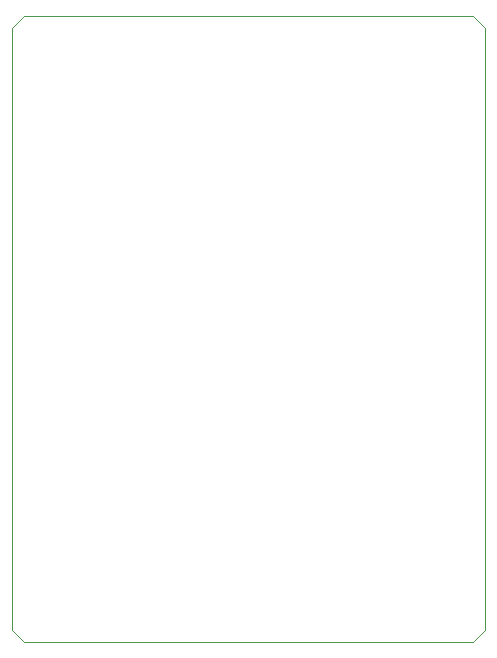
<source format=gbr>
%TF.GenerationSoftware,KiCad,Pcbnew,7.0.2*%
%TF.CreationDate,2023-07-25T22:56:35+09:00*%
%TF.ProjectId,bluepill_yoke,626c7565-7069-46c6-9c5f-796f6b652e6b,rev?*%
%TF.SameCoordinates,Original*%
%TF.FileFunction,Profile,NP*%
%FSLAX46Y46*%
G04 Gerber Fmt 4.6, Leading zero omitted, Abs format (unit mm)*
G04 Created by KiCad (PCBNEW 7.0.2) date 2023-07-25 22:56:35*
%MOMM*%
%LPD*%
G01*
G04 APERTURE LIST*
%TA.AperFunction,Profile*%
%ADD10C,0.100000*%
%TD*%
G04 APERTURE END LIST*
D10*
X125000000Y-103500000D02*
X124000000Y-104500000D01*
X85000000Y-103500000D02*
X86000000Y-104500000D01*
X124000000Y-51500000D02*
X125000000Y-52500000D01*
X86000000Y-51500000D02*
X85000000Y-52500000D01*
X125000000Y-52500000D02*
X125000000Y-103500000D01*
X85000000Y-103500000D02*
X85000000Y-52500000D01*
X124000000Y-104500000D02*
X86000000Y-104500000D01*
X86000000Y-51500000D02*
X124000000Y-51500000D01*
M02*

</source>
